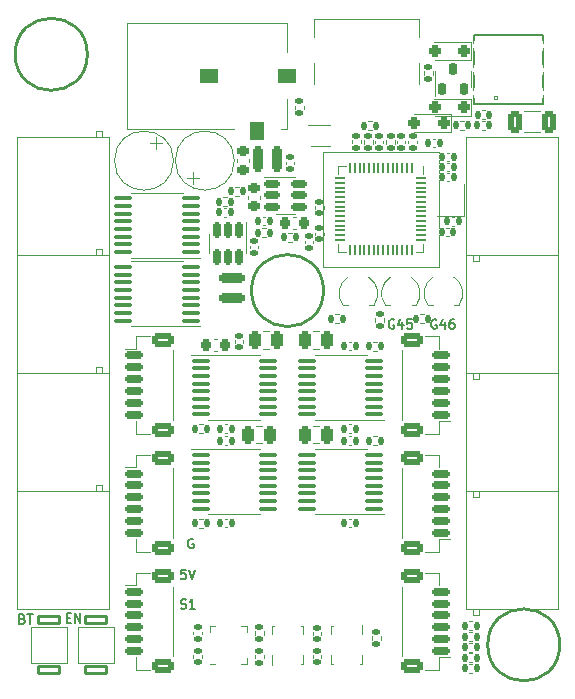
<source format=gbr>
%TF.GenerationSoftware,KiCad,Pcbnew,(7.0.0)*%
%TF.CreationDate,2023-08-07T02:07:42-04:00*%
%TF.ProjectId,NoU3,4e6f5533-2e6b-4696-9361-645f70636258,rev?*%
%TF.SameCoordinates,Original*%
%TF.FileFunction,Legend,Top*%
%TF.FilePolarity,Positive*%
%FSLAX46Y46*%
G04 Gerber Fmt 4.6, Leading zero omitted, Abs format (unit mm)*
G04 Created by KiCad (PCBNEW (7.0.0)) date 2023-08-07 02:07:42*
%MOMM*%
%LPD*%
G01*
G04 APERTURE LIST*
G04 Aperture macros list*
%AMRoundRect*
0 Rectangle with rounded corners*
0 $1 Rounding radius*
0 $2 $3 $4 $5 $6 $7 $8 $9 X,Y pos of 4 corners*
0 Add a 4 corners polygon primitive as box body*
4,1,4,$2,$3,$4,$5,$6,$7,$8,$9,$2,$3,0*
0 Add four circle primitives for the rounded corners*
1,1,$1+$1,$2,$3*
1,1,$1+$1,$4,$5*
1,1,$1+$1,$6,$7*
1,1,$1+$1,$8,$9*
0 Add four rect primitives between the rounded corners*
20,1,$1+$1,$2,$3,$4,$5,0*
20,1,$1+$1,$4,$5,$6,$7,0*
20,1,$1+$1,$6,$7,$8,$9,0*
20,1,$1+$1,$8,$9,$2,$3,0*%
G04 Aperture macros list end*
%ADD10C,0.254000*%
%ADD11C,0.120000*%
%ADD12C,0.200000*%
%ADD13C,0.100000*%
%ADD14RoundRect,0.140000X-0.140000X-0.170000X0.140000X-0.170000X0.140000X0.170000X-0.140000X0.170000X0*%
%ADD15RoundRect,0.140000X0.170000X-0.140000X0.170000X0.140000X-0.170000X0.140000X-0.170000X-0.140000X0*%
%ADD16RoundRect,0.140000X-0.170000X0.140000X-0.170000X-0.140000X0.170000X-0.140000X0.170000X0.140000X0*%
%ADD17R,2.794000X3.810000*%
%ADD18RoundRect,0.100000X0.687500X0.100000X-0.687500X0.100000X-0.687500X-0.100000X0.687500X-0.100000X0*%
%ADD19RoundRect,0.250000X0.250000X0.250000X-0.250000X0.250000X-0.250000X-0.250000X0.250000X-0.250000X0*%
%ADD20RoundRect,0.135000X-0.135000X-0.185000X0.135000X-0.185000X0.135000X0.185000X-0.135000X0.185000X0*%
%ADD21RoundRect,0.135000X-0.185000X0.135000X-0.185000X-0.135000X0.185000X-0.135000X0.185000X0.135000X0*%
%ADD22RoundRect,0.135000X0.135000X0.185000X-0.135000X0.185000X-0.135000X-0.185000X0.135000X-0.185000X0*%
%ADD23RoundRect,0.100000X0.637500X0.100000X-0.637500X0.100000X-0.637500X-0.100000X0.637500X-0.100000X0*%
%ADD24RoundRect,0.225000X-0.250000X0.225000X-0.250000X-0.225000X0.250000X-0.225000X0.250000X0.225000X0*%
%ADD25RoundRect,0.135000X0.185000X-0.135000X0.185000X0.135000X-0.185000X0.135000X-0.185000X-0.135000X0*%
%ADD26RoundRect,0.100000X-0.900000X0.300000X-0.900000X-0.300000X0.900000X-0.300000X0.900000X0.300000X0*%
%ADD27RoundRect,0.100000X-0.687500X-0.100000X0.687500X-0.100000X0.687500X0.100000X-0.687500X0.100000X0*%
%ADD28RoundRect,0.140000X0.140000X0.170000X-0.140000X0.170000X-0.140000X-0.170000X0.140000X-0.170000X0*%
%ADD29C,1.200000*%
%ADD30RoundRect,0.225000X0.225000X0.250000X-0.225000X0.250000X-0.225000X-0.250000X0.225000X-0.250000X0*%
%ADD31RoundRect,0.150000X0.625000X-0.150000X0.625000X0.150000X-0.625000X0.150000X-0.625000X-0.150000X0*%
%ADD32RoundRect,0.250000X0.650000X-0.350000X0.650000X0.350000X-0.650000X0.350000X-0.650000X-0.350000X0*%
%ADD33RoundRect,0.150000X0.150000X-0.400000X0.150000X0.400000X-0.150000X0.400000X-0.150000X-0.400000X0*%
%ADD34RoundRect,0.150000X-0.625000X0.150000X-0.625000X-0.150000X0.625000X-0.150000X0.625000X0.150000X0*%
%ADD35RoundRect,0.250000X-0.650000X0.350000X-0.650000X-0.350000X0.650000X-0.350000X0.650000X0.350000X0*%
%ADD36RoundRect,0.150000X-0.150000X0.512500X-0.150000X-0.512500X0.150000X-0.512500X0.150000X0.512500X0*%
%ADD37C,3.200000*%
%ADD38R,0.800000X0.900000*%
%ADD39C,2.100000*%
%ADD40RoundRect,0.050000X-0.050000X0.387500X-0.050000X-0.387500X0.050000X-0.387500X0.050000X0.387500X0*%
%ADD41RoundRect,0.050000X-0.387500X0.050000X-0.387500X-0.050000X0.387500X-0.050000X0.387500X0.050000X0*%
%ADD42R,3.200000X3.200000*%
%ADD43O,1.700000X1.700000*%
%ADD44RoundRect,0.800000X0.000000X-0.600000X0.000000X-0.600000X0.000000X0.600000X0.000000X0.600000X0*%
%ADD45RoundRect,0.800000X0.600000X0.000000X0.600000X0.000000X-0.600000X0.000000X-0.600000X0.000000X0*%
%ADD46C,1.500000*%
%ADD47R,0.500000X0.375000*%
%ADD48R,0.650000X0.300000*%
%ADD49RoundRect,0.250000X0.250000X0.475000X-0.250000X0.475000X-0.250000X-0.475000X0.250000X-0.475000X0*%
%ADD50C,0.600000*%
%ADD51R,0.600000X1.160000*%
%ADD52R,0.300000X1.160000*%
%ADD53O,0.900000X2.000000*%
%ADD54O,0.900000X1.700000*%
%ADD55RoundRect,0.225000X-0.225000X-0.250000X0.225000X-0.250000X0.225000X0.250000X-0.225000X0.250000X0*%
%ADD56RoundRect,0.250000X-0.250000X-0.475000X0.250000X-0.475000X0.250000X0.475000X-0.250000X0.475000X0*%
%ADD57R,0.250000X0.675000*%
%ADD58R,0.675000X0.250000*%
%ADD59RoundRect,0.212500X-0.887500X0.212500X-0.887500X-0.212500X0.887500X-0.212500X0.887500X0.212500X0*%
%ADD60R,0.300000X0.450000*%
%ADD61R,0.450000X0.300000*%
%ADD62RoundRect,0.150000X-0.512500X-0.150000X0.512500X-0.150000X0.512500X0.150000X-0.512500X0.150000X0*%
%ADD63RoundRect,0.212500X0.212500X0.887500X-0.212500X0.887500X-0.212500X-0.887500X0.212500X-0.887500X0*%
%ADD64RoundRect,0.250000X-0.325000X-0.650000X0.325000X-0.650000X0.325000X0.650000X-0.325000X0.650000X0*%
G04 APERTURE END LIST*
D10*
X-16945445Y23000000D02*
G75*
G03*
X-16945445Y23000000I-3054555J0D01*
G01*
X23048000Y-27000000D02*
G75*
G03*
X23048000Y-27000000I-3048000J0D01*
G01*
D11*
X12800000Y4954783D02*
X3000001Y4954783D01*
X3000000Y14754783D01*
X12800001Y14754783D01*
X12800000Y4954783D01*
D10*
X3048000Y3000000D02*
G75*
G03*
X3048000Y3000000I-3048000J0D01*
G01*
D12*
X-7990476Y-18064000D02*
X-8066666Y-18025904D01*
X-8066666Y-18025904D02*
X-8180952Y-18025904D01*
X-8180952Y-18025904D02*
X-8295238Y-18064000D01*
X-8295238Y-18064000D02*
X-8371428Y-18140190D01*
X-8371428Y-18140190D02*
X-8409523Y-18216380D01*
X-8409523Y-18216380D02*
X-8447619Y-18368761D01*
X-8447619Y-18368761D02*
X-8447619Y-18483047D01*
X-8447619Y-18483047D02*
X-8409523Y-18635428D01*
X-8409523Y-18635428D02*
X-8371428Y-18711619D01*
X-8371428Y-18711619D02*
X-8295238Y-18787809D01*
X-8295238Y-18787809D02*
X-8180952Y-18825904D01*
X-8180952Y-18825904D02*
X-8104761Y-18825904D01*
X-8104761Y-18825904D02*
X-7990476Y-18787809D01*
X-7990476Y-18787809D02*
X-7952380Y-18749714D01*
X-7952380Y-18749714D02*
X-7952380Y-18483047D01*
X-7952380Y-18483047D02*
X-8104761Y-18483047D01*
X-22442857Y-24806857D02*
X-22328571Y-24844952D01*
X-22328571Y-24844952D02*
X-22290476Y-24883047D01*
X-22290476Y-24883047D02*
X-22252380Y-24959238D01*
X-22252380Y-24959238D02*
X-22252380Y-25073523D01*
X-22252380Y-25073523D02*
X-22290476Y-25149714D01*
X-22290476Y-25149714D02*
X-22328571Y-25187809D01*
X-22328571Y-25187809D02*
X-22404761Y-25225904D01*
X-22404761Y-25225904D02*
X-22709523Y-25225904D01*
X-22709523Y-25225904D02*
X-22709523Y-24425904D01*
X-22709523Y-24425904D02*
X-22442857Y-24425904D01*
X-22442857Y-24425904D02*
X-22366666Y-24464000D01*
X-22366666Y-24464000D02*
X-22328571Y-24502095D01*
X-22328571Y-24502095D02*
X-22290476Y-24578285D01*
X-22290476Y-24578285D02*
X-22290476Y-24654476D01*
X-22290476Y-24654476D02*
X-22328571Y-24730666D01*
X-22328571Y-24730666D02*
X-22366666Y-24768761D01*
X-22366666Y-24768761D02*
X-22442857Y-24806857D01*
X-22442857Y-24806857D02*
X-22709523Y-24806857D01*
X-22023809Y-24425904D02*
X-21566666Y-24425904D01*
X-21795238Y-25225904D02*
X-21795238Y-24425904D01*
X-8628571Y-20625904D02*
X-9009523Y-20625904D01*
X-9009523Y-20625904D02*
X-9047619Y-21006857D01*
X-9047619Y-21006857D02*
X-9009523Y-20968761D01*
X-9009523Y-20968761D02*
X-8933333Y-20930666D01*
X-8933333Y-20930666D02*
X-8742857Y-20930666D01*
X-8742857Y-20930666D02*
X-8666666Y-20968761D01*
X-8666666Y-20968761D02*
X-8628571Y-21006857D01*
X-8628571Y-21006857D02*
X-8590476Y-21083047D01*
X-8590476Y-21083047D02*
X-8590476Y-21273523D01*
X-8590476Y-21273523D02*
X-8628571Y-21349714D01*
X-8628571Y-21349714D02*
X-8666666Y-21387809D01*
X-8666666Y-21387809D02*
X-8742857Y-21425904D01*
X-8742857Y-21425904D02*
X-8933333Y-21425904D01*
X-8933333Y-21425904D02*
X-9009523Y-21387809D01*
X-9009523Y-21387809D02*
X-9047619Y-21349714D01*
X-8361904Y-20625904D02*
X-8095237Y-21425904D01*
X-8095237Y-21425904D02*
X-7828571Y-20625904D01*
X-9047619Y-23887809D02*
X-8933333Y-23925904D01*
X-8933333Y-23925904D02*
X-8742857Y-23925904D01*
X-8742857Y-23925904D02*
X-8666666Y-23887809D01*
X-8666666Y-23887809D02*
X-8628571Y-23849714D01*
X-8628571Y-23849714D02*
X-8590476Y-23773523D01*
X-8590476Y-23773523D02*
X-8590476Y-23697333D01*
X-8590476Y-23697333D02*
X-8628571Y-23621142D01*
X-8628571Y-23621142D02*
X-8666666Y-23583047D01*
X-8666666Y-23583047D02*
X-8742857Y-23544952D01*
X-8742857Y-23544952D02*
X-8895238Y-23506857D01*
X-8895238Y-23506857D02*
X-8971428Y-23468761D01*
X-8971428Y-23468761D02*
X-9009523Y-23430666D01*
X-9009523Y-23430666D02*
X-9047619Y-23354476D01*
X-9047619Y-23354476D02*
X-9047619Y-23278285D01*
X-9047619Y-23278285D02*
X-9009523Y-23202095D01*
X-9009523Y-23202095D02*
X-8971428Y-23164000D01*
X-8971428Y-23164000D02*
X-8895238Y-23125904D01*
X-8895238Y-23125904D02*
X-8704761Y-23125904D01*
X-8704761Y-23125904D02*
X-8590476Y-23164000D01*
X-7828571Y-23925904D02*
X-8285714Y-23925904D01*
X-8057142Y-23925904D02*
X-8057142Y-23125904D01*
X-8057142Y-23125904D02*
X-8133333Y-23240190D01*
X-8133333Y-23240190D02*
X-8209523Y-23316380D01*
X-8209523Y-23316380D02*
X-8285714Y-23354476D01*
X-18709523Y-24706857D02*
X-18442857Y-24706857D01*
X-18328571Y-25125904D02*
X-18709523Y-25125904D01*
X-18709523Y-25125904D02*
X-18709523Y-24325904D01*
X-18709523Y-24325904D02*
X-18328571Y-24325904D01*
X-17985713Y-25125904D02*
X-17985713Y-24325904D01*
X-17985713Y-24325904D02*
X-17528570Y-25125904D01*
X-17528570Y-25125904D02*
X-17528570Y-24325904D01*
X12609523Y536000D02*
X12533333Y574095D01*
X12533333Y574095D02*
X12419047Y574095D01*
X12419047Y574095D02*
X12304761Y536000D01*
X12304761Y536000D02*
X12228571Y459809D01*
X12228571Y459809D02*
X12190476Y383619D01*
X12190476Y383619D02*
X12152380Y231238D01*
X12152380Y231238D02*
X12152380Y116952D01*
X12152380Y116952D02*
X12190476Y-35428D01*
X12190476Y-35428D02*
X12228571Y-111619D01*
X12228571Y-111619D02*
X12304761Y-187809D01*
X12304761Y-187809D02*
X12419047Y-225904D01*
X12419047Y-225904D02*
X12495238Y-225904D01*
X12495238Y-225904D02*
X12609523Y-187809D01*
X12609523Y-187809D02*
X12647619Y-149714D01*
X12647619Y-149714D02*
X12647619Y116952D01*
X12647619Y116952D02*
X12495238Y116952D01*
X13333333Y307428D02*
X13333333Y-225904D01*
X13142857Y612190D02*
X12952380Y40761D01*
X12952380Y40761D02*
X13447619Y40761D01*
X14095238Y574095D02*
X13942857Y574095D01*
X13942857Y574095D02*
X13866666Y536000D01*
X13866666Y536000D02*
X13828571Y497904D01*
X13828571Y497904D02*
X13752381Y383619D01*
X13752381Y383619D02*
X13714285Y231238D01*
X13714285Y231238D02*
X13714285Y-73523D01*
X13714285Y-73523D02*
X13752381Y-149714D01*
X13752381Y-149714D02*
X13790476Y-187809D01*
X13790476Y-187809D02*
X13866666Y-225904D01*
X13866666Y-225904D02*
X14019047Y-225904D01*
X14019047Y-225904D02*
X14095238Y-187809D01*
X14095238Y-187809D02*
X14133333Y-149714D01*
X14133333Y-149714D02*
X14171428Y-73523D01*
X14171428Y-73523D02*
X14171428Y116952D01*
X14171428Y116952D02*
X14133333Y193142D01*
X14133333Y193142D02*
X14095238Y231238D01*
X14095238Y231238D02*
X14019047Y269333D01*
X14019047Y269333D02*
X13866666Y269333D01*
X13866666Y269333D02*
X13790476Y231238D01*
X13790476Y231238D02*
X13752381Y193142D01*
X13752381Y193142D02*
X13714285Y116952D01*
X9009523Y536000D02*
X8933333Y574095D01*
X8933333Y574095D02*
X8819047Y574095D01*
X8819047Y574095D02*
X8704761Y536000D01*
X8704761Y536000D02*
X8628571Y459809D01*
X8628571Y459809D02*
X8590476Y383619D01*
X8590476Y383619D02*
X8552380Y231238D01*
X8552380Y231238D02*
X8552380Y116952D01*
X8552380Y116952D02*
X8590476Y-35428D01*
X8590476Y-35428D02*
X8628571Y-111619D01*
X8628571Y-111619D02*
X8704761Y-187809D01*
X8704761Y-187809D02*
X8819047Y-225904D01*
X8819047Y-225904D02*
X8895238Y-225904D01*
X8895238Y-225904D02*
X9009523Y-187809D01*
X9009523Y-187809D02*
X9047619Y-149714D01*
X9047619Y-149714D02*
X9047619Y116952D01*
X9047619Y116952D02*
X8895238Y116952D01*
X9733333Y307428D02*
X9733333Y-225904D01*
X9542857Y612190D02*
X9352380Y40761D01*
X9352380Y40761D02*
X9847619Y40761D01*
X10533333Y574095D02*
X10152381Y574095D01*
X10152381Y574095D02*
X10114285Y193142D01*
X10114285Y193142D02*
X10152381Y231238D01*
X10152381Y231238D02*
X10228571Y269333D01*
X10228571Y269333D02*
X10419047Y269333D01*
X10419047Y269333D02*
X10495238Y231238D01*
X10495238Y231238D02*
X10533333Y193142D01*
X10533333Y193142D02*
X10571428Y116952D01*
X10571428Y116952D02*
X10571428Y-73523D01*
X10571428Y-73523D02*
X10533333Y-149714D01*
X10533333Y-149714D02*
X10495238Y-187809D01*
X10495238Y-187809D02*
X10419047Y-225904D01*
X10419047Y-225904D02*
X10228571Y-225904D01*
X10228571Y-225904D02*
X10152381Y-187809D01*
X10152381Y-187809D02*
X10114285Y-149714D01*
D11*
%TO.C,C38*%
X13901201Y9210000D02*
X14116873Y9210000D01*
X13901201Y8490000D02*
X14116873Y8490000D01*
%TO.C,C7*%
X-4460000Y-1407836D02*
X-4460000Y-1192164D01*
X-3740000Y-1407836D02*
X-3740000Y-1192164D01*
%TO.C,C41*%
X2860000Y-27892164D02*
X2860000Y-28107836D01*
X2140000Y-27892164D02*
X2140000Y-28107836D01*
%TO.C,U1*%
X4500000Y-7960000D02*
X8150000Y-7960000D01*
X4500000Y-7960000D02*
X2300000Y-7960000D01*
X4500000Y-2440000D02*
X6700000Y-2440000D01*
X4500000Y-2440000D02*
X2300000Y-2440000D01*
%TO.C,D2*%
X13850000Y16450000D02*
X13850000Y17950000D01*
X13850000Y16450000D02*
X10750000Y16450000D01*
X13850000Y17950000D02*
X10740000Y17950000D01*
%TO.C,R3*%
X-7453641Y-8320000D02*
X-7146359Y-8320000D01*
X-7453641Y-9080000D02*
X-7146359Y-9080000D01*
%TO.C,C40*%
X2140000Y-26157836D02*
X2140000Y-25942164D01*
X2860000Y-26157836D02*
X2860000Y-25942164D01*
%TO.C,R19*%
X7880000Y-26241359D02*
X7880000Y-26548641D01*
X7120000Y-26241359D02*
X7120000Y-26548641D01*
%TO.C,R26*%
X14953641Y16620000D02*
X14646359Y16620000D01*
X14953641Y17380000D02*
X14646359Y17380000D01*
%TO.C,R23*%
X15653641Y-27580000D02*
X15346359Y-27580000D01*
X15653641Y-26820000D02*
X15346359Y-26820000D01*
%TO.C,C25*%
X2340001Y9942164D02*
X2340001Y10157836D01*
X3060001Y9942164D02*
X3060001Y10157836D01*
%TO.C,U13*%
X-11050000Y-10000D02*
X-7450000Y-10000D01*
X-11050000Y-10000D02*
X-13250000Y-10000D01*
X-11050000Y5460000D02*
X-8850000Y5460000D01*
X-11050000Y5460000D02*
X-13250000Y5460000D01*
%TO.C,C35*%
X-3290000Y14140580D02*
X-3290000Y13859420D01*
X-4310000Y14140580D02*
X-4310000Y13859420D01*
%TO.C,U14*%
X-11050000Y5790000D02*
X-7450000Y5790000D01*
X-11050000Y5790000D02*
X-13250000Y5790000D01*
X-11050000Y11260000D02*
X-8850000Y11260000D01*
X-11050000Y11260000D02*
X-13250000Y11260000D01*
%TO.C,R15*%
X7157349Y16550788D02*
X6850067Y16550788D01*
X7157349Y17310788D02*
X6850067Y17310788D01*
%TO.C,R16*%
X620000Y18346359D02*
X620000Y18653641D01*
X1380000Y18346359D02*
X1380000Y18653641D01*
%TO.C,SW2*%
X-18700000Y-25500000D02*
X-21700000Y-25500000D01*
X-21700000Y-25500000D02*
X-21700000Y-28500000D01*
X-21700000Y-28500000D02*
X-18700000Y-28500000D01*
X-18700000Y-28500000D02*
X-18700000Y-25500000D01*
%TO.C,R18*%
X8180000Y653641D02*
X8180000Y346359D01*
X7420000Y653641D02*
X7420000Y346359D01*
%TO.C,U4*%
X-4500000Y-2440000D02*
X-8150000Y-2440000D01*
X-4500000Y-2440000D02*
X-2300000Y-2440000D01*
X-4500000Y-7960000D02*
X-6700000Y-7960000D01*
X-4500000Y-7960000D02*
X-2300000Y-7960000D01*
%TO.C,C30*%
X13666873Y7590000D02*
X13451201Y7590000D01*
X13666873Y8310000D02*
X13451201Y8310000D01*
%TO.C,C39*%
X-8000000Y13000000D02*
X-8000000Y12000000D01*
X-7500000Y12500000D02*
X-8500000Y12500000D01*
X-4500000Y14000000D02*
G75*
G03*
X-4500000Y14000000I-2500000J0D01*
G01*
%TO.C,C22*%
X740580Y8190000D02*
X459420Y8190000D01*
X740580Y9210000D02*
X459420Y9210000D01*
%TO.C,J17*%
X11660000Y-19110000D02*
X12810000Y-19110000D01*
X12810000Y-19110000D02*
X12810000Y-18060000D01*
X12810000Y-18060000D02*
X13800000Y-18060000D01*
X9690000Y-17940000D02*
X9690000Y-12060000D01*
X11660000Y-10890000D02*
X12810000Y-10890000D01*
X12810000Y-10890000D02*
X12810000Y-11940000D01*
%TO.C,Q1*%
X12500000Y20900000D02*
X12500000Y19500000D01*
X12500000Y20900000D02*
X12500000Y21550000D01*
X15500000Y20900000D02*
X15500000Y20250000D01*
X15500000Y20900000D02*
X15500000Y21550000D01*
%TO.C,C34*%
X13686873Y13090000D02*
X13471201Y13090000D01*
X13686873Y13810000D02*
X13471201Y13810000D01*
%TO.C,J13*%
X-11660000Y-20890000D02*
X-12810000Y-20890000D01*
X-12810000Y-20890000D02*
X-12810000Y-21940000D01*
X-12810000Y-21940000D02*
X-13800000Y-21940000D01*
X-9690000Y-22060000D02*
X-9690000Y-27940000D01*
X-11660000Y-29110000D02*
X-12810000Y-29110000D01*
X-12810000Y-29110000D02*
X-12810000Y-28060000D01*
%TO.C,U16*%
X-3490000Y6962500D02*
X-3490000Y8762500D01*
X-3490000Y6962500D02*
X-3490000Y6162500D01*
X-6610000Y6962500D02*
X-6610000Y7762500D01*
X-6610000Y6962500D02*
X-6610000Y6162500D01*
%TO.C,C10*%
X-5092164Y-10060000D02*
X-5307836Y-10060000D01*
X-5092164Y-9340000D02*
X-5307836Y-9340000D01*
%TO.C,C4*%
X5192164Y-8340000D02*
X5407836Y-8340000D01*
X5192164Y-9060000D02*
X5407836Y-9060000D01*
%TO.C,C15*%
X16492164Y18260000D02*
X16707836Y18260000D01*
X16492164Y17540000D02*
X16707836Y17540000D01*
%TO.C,C27*%
X2160000Y7207836D02*
X2160000Y6992164D01*
X1440000Y7207836D02*
X1440000Y6992164D01*
%TO.C,U6*%
X4500000Y-15960000D02*
X8150000Y-15960000D01*
X4500000Y-15960000D02*
X2300000Y-15960000D01*
X4500000Y-10440000D02*
X6700000Y-10440000D01*
X4500000Y-10440000D02*
X2300000Y-10440000D01*
%TO.C,U3*%
X12641169Y9342283D02*
X14941169Y9342283D01*
X14941169Y9342283D02*
X14941169Y12042283D01*
%TO.C,R17*%
X4046359Y980000D02*
X4353641Y980000D01*
X4046359Y220000D02*
X4353641Y220000D01*
%TO.C,J11*%
X15700000Y-24000000D02*
X15700000Y-24500000D01*
X16200000Y-24500000D02*
X16200000Y-24000000D01*
X15700000Y-24500000D02*
X16200000Y-24500000D01*
X22900000Y-14000000D02*
X15100000Y-14000000D01*
X15100000Y-14000000D02*
X15100000Y-24000000D01*
X15100000Y-24000000D02*
X22900000Y-24000000D01*
X22900000Y-24000000D02*
X22900000Y-14000000D01*
%TO.C,J10*%
X11660000Y-29110000D02*
X12810000Y-29110000D01*
X12810000Y-29110000D02*
X12810000Y-28060000D01*
X12810000Y-28060000D02*
X13800000Y-28060000D01*
X9690000Y-27940000D02*
X9690000Y-22060000D01*
X11660000Y-20890000D02*
X12810000Y-20890000D01*
X12810000Y-20890000D02*
X12810000Y-21940000D01*
%TO.C,J6*%
X-15700000Y6000000D02*
X-15700000Y6500000D01*
X-16200000Y6500000D02*
X-16200000Y6000000D01*
X-15700000Y6500000D02*
X-16200000Y6500000D01*
X-22900000Y-4000000D02*
X-15100000Y-4000000D01*
X-15100000Y-4000000D02*
X-15100000Y6000000D01*
X-15100000Y6000000D02*
X-22900000Y6000000D01*
X-22900000Y6000000D02*
X-22900000Y-4000000D01*
%TO.C,R6*%
X-7453641Y-16320000D02*
X-7146359Y-16320000D01*
X-7453641Y-17080000D02*
X-7146359Y-17080000D01*
%TO.C,U2*%
X4290000Y13510000D02*
X4940000Y13510000D01*
X11510000Y12860000D02*
X11510000Y13510000D01*
X4290000Y12860000D02*
X4290000Y13510000D01*
X11510000Y6940000D02*
X11510000Y6290000D01*
X4290000Y6940000D02*
X4290000Y6290000D01*
X11510000Y6290000D02*
X10860000Y6290000D01*
X4290000Y6290000D02*
X4940000Y6290000D01*
%TO.C,C33*%
X-5196164Y9252500D02*
X-5411836Y9252500D01*
X-5196164Y9972500D02*
X-5411836Y9972500D01*
%TO.C,R30*%
X7201025Y15752283D02*
X7201025Y15445001D01*
X6441025Y15752283D02*
X6441025Y15445001D01*
%TO.C,J15*%
X-13550000Y25682500D02*
X-13550000Y16682500D01*
X-13550000Y16682500D02*
X-4550000Y16682500D01*
X0Y25682500D02*
X-13550000Y25682500D01*
X0Y25682500D02*
X0Y23182500D01*
X0Y16682500D02*
X-550000Y16682500D01*
X0Y16682500D02*
X0Y19182500D01*
%TO.C,C32*%
X-2083059Y9258251D02*
X-1867387Y9258251D01*
X-2083059Y8538251D02*
X-1867387Y8538251D01*
%TO.C,D4*%
X11900000Y1750000D02*
X12300000Y1750000D01*
X14100000Y1750000D02*
X14500000Y1750000D01*
X12313092Y4129633D02*
G75*
G03*
X11900001Y1750001I886908J-1379633D01*
G01*
X14499999Y1750001D02*
G75*
G03*
X14086908Y4129633I-1299999J999999D01*
G01*
%TO.C,R24*%
X15653641Y-28480000D02*
X15346359Y-28480000D01*
X15653641Y-27720000D02*
X15346359Y-27720000D01*
%TO.C,C43*%
X-7240000Y-25892164D02*
X-7240000Y-26107836D01*
X-7960000Y-25892164D02*
X-7960000Y-26107836D01*
%TO.C,U5*%
X-4500000Y-10440000D02*
X-8150000Y-10440000D01*
X-4500000Y-10440000D02*
X-2300000Y-10440000D01*
X-4500000Y-15960000D02*
X-6700000Y-15960000D01*
X-4500000Y-15960000D02*
X-2300000Y-15960000D01*
%TO.C,C37*%
X13471201Y12961471D02*
X13686873Y12961471D01*
X13471201Y12241471D02*
X13686873Y12241471D01*
%TO.C,J5*%
X-15700000Y16000000D02*
X-15700000Y16500000D01*
X-16200000Y16500000D02*
X-16200000Y16000000D01*
X-15700000Y16500000D02*
X-16200000Y16500000D01*
X-22900000Y6000000D02*
X-15100000Y6000000D01*
X-15100000Y6000000D02*
X-15100000Y16000000D01*
X-15100000Y16000000D02*
X-22900000Y16000000D01*
X-22900000Y16000000D02*
X-22900000Y6000000D01*
%TO.C,U9*%
X2000000Y15200000D02*
X3600000Y15200000D01*
X3600000Y17000000D02*
X1700000Y17000000D01*
%TO.C,C11*%
X-1538748Y-1935000D02*
X-2061252Y-1935000D01*
X-1538748Y-465000D02*
X-2061252Y-465000D01*
%TO.C,R12*%
X46359Y7880000D02*
X353641Y7880000D01*
X46359Y7120000D02*
X353641Y7120000D01*
%TO.C,C13*%
X5192164Y-16340000D02*
X5407836Y-16340000D01*
X5192164Y-17060000D02*
X5407836Y-17060000D01*
%TO.C,J1*%
X11660000Y-9110000D02*
X12810000Y-9110000D01*
X12810000Y-9110000D02*
X12810000Y-8060000D01*
X12810000Y-8060000D02*
X13800000Y-8060000D01*
X9690000Y-7940000D02*
X9690000Y-2060000D01*
X11660000Y-890000D02*
X12810000Y-890000D01*
X12810000Y-890000D02*
X12810000Y-1940000D01*
%TO.C,U17*%
X11170000Y20455000D02*
X11170000Y22255000D01*
X11170000Y25965000D02*
X11170000Y24505000D01*
X2230000Y20455000D02*
X2230000Y22255000D01*
X2230000Y25965000D02*
X11170000Y25965000D01*
X2230000Y25965000D02*
X2230000Y24505000D01*
%TO.C,R5*%
X8341537Y15416358D02*
X8341537Y15723640D01*
X9101537Y15416358D02*
X9101537Y15723640D01*
%TO.C,C36*%
X-6240580Y-1090000D02*
X-5959420Y-1090000D01*
X-6240580Y-2110000D02*
X-5959420Y-2110000D01*
%TO.C,C2*%
X2138748Y-465000D02*
X2661252Y-465000D01*
X2138748Y-1935000D02*
X2661252Y-1935000D01*
D13*
%TO.C,U26*%
X-1350000Y-28700000D02*
X-1350000Y-27880000D01*
X1350000Y-28600000D02*
X1130000Y-28600000D01*
X1350000Y-28600000D02*
X1350000Y-27880000D01*
X-1350000Y-26120000D02*
X-1350000Y-25400000D01*
X-1350000Y-25400000D02*
X-1130000Y-25400000D01*
X1130000Y-25400000D02*
X1350000Y-25400000D01*
X1350000Y-25400000D02*
X1350000Y-26120000D01*
D11*
%TO.C,J2*%
X15700000Y-4000000D02*
X15700000Y-4500000D01*
X16200000Y-4500000D02*
X16200000Y-4000000D01*
X15700000Y-4500000D02*
X16200000Y-4500000D01*
X22900000Y6000000D02*
X15100000Y6000000D01*
X15100000Y6000000D02*
X15100000Y-4000000D01*
X15100000Y-4000000D02*
X22900000Y-4000000D01*
X22900000Y-4000000D02*
X22900000Y6000000D01*
%TO.C,C3*%
X5407836Y-2060000D02*
X5192164Y-2060000D01*
X5407836Y-1340000D02*
X5192164Y-1340000D01*
%TO.C,R20*%
X15346359Y-25020000D02*
X15653641Y-25020000D01*
X15346359Y-25780000D02*
X15653641Y-25780000D01*
%TO.C,J12*%
X15700000Y-14000000D02*
X15700000Y-14500000D01*
X16200000Y-14500000D02*
X16200000Y-14000000D01*
X15700000Y-14500000D02*
X16200000Y-14500000D01*
X22900000Y-4000000D02*
X15100000Y-4000000D01*
X15100000Y-4000000D02*
X15100000Y-14000000D01*
X15100000Y-14000000D02*
X22900000Y-14000000D01*
X22900000Y-14000000D02*
X22900000Y-4000000D01*
%TO.C,R10*%
X12280000Y21553641D02*
X12280000Y21246359D01*
X11520000Y21553641D02*
X11520000Y21246359D01*
%TO.C,J4*%
X-11660000Y-890000D02*
X-12810000Y-890000D01*
X-12810000Y-890000D02*
X-12810000Y-1940000D01*
X-12810000Y-1940000D02*
X-13800000Y-1940000D01*
X-9690000Y-2060000D02*
X-9690000Y-7940000D01*
X-11660000Y-9110000D02*
X-12810000Y-9110000D01*
X-12810000Y-9110000D02*
X-12810000Y-8060000D01*
%TO.C,C8*%
X2138748Y-8465000D02*
X2661252Y-8465000D01*
X2138748Y-9935000D02*
X2661252Y-9935000D01*
%TO.C,J3*%
X15700000Y6000000D02*
X15700000Y5500000D01*
X16200000Y5500000D02*
X16200000Y6000000D01*
X15700000Y5500000D02*
X16200000Y5500000D01*
X22900000Y16000000D02*
X15100000Y16000000D01*
X15100000Y16000000D02*
X15100000Y6000000D01*
X15100000Y6000000D02*
X22900000Y6000000D01*
X22900000Y6000000D02*
X22900000Y16000000D01*
%TO.C,R8*%
X7553641Y-10080000D02*
X7246359Y-10080000D01*
X7553641Y-9320000D02*
X7246359Y-9320000D01*
%TO.C,R13*%
X-5150359Y10138500D02*
X-5457641Y10138500D01*
X-5150359Y10898500D02*
X-5457641Y10898500D01*
%TO.C,C31*%
X13686873Y13938528D02*
X13471201Y13938528D01*
X13686873Y14658528D02*
X13471201Y14658528D01*
%TO.C,R1*%
X7553641Y-2080000D02*
X7246359Y-2080000D01*
X7553641Y-1320000D02*
X7246359Y-1320000D01*
%TO.C,C9*%
X-5307836Y-16340000D02*
X-5092164Y-16340000D01*
X-5307836Y-17060000D02*
X-5092164Y-17060000D01*
D13*
%TO.C,U25*%
X-6600000Y-28600000D02*
X-6100000Y-28600000D01*
X-3400000Y-28600000D02*
X-3900000Y-28600000D01*
X-3400000Y-28600000D02*
X-3400000Y-28100000D01*
X-6600000Y-25900000D02*
X-6600000Y-25400000D01*
X-6600000Y-25400000D02*
X-6100000Y-25400000D01*
X-3900000Y-25400000D02*
X-3400000Y-25400000D01*
X-3400000Y-25400000D02*
X-3400000Y-25900000D01*
X-3400000Y-25400000D02*
X-3900000Y-25400000D01*
%TO.C,U23*%
X6350000Y-25300000D02*
X6350000Y-26120000D01*
X3650000Y-25400000D02*
X3870000Y-25400000D01*
X3650000Y-25400000D02*
X3650000Y-26120000D01*
X6350000Y-27880000D02*
X6350000Y-28600000D01*
X6350000Y-28600000D02*
X6130000Y-28600000D01*
X3870000Y-28600000D02*
X3650000Y-28600000D01*
X3650000Y-28600000D02*
X3650000Y-27880000D01*
D11*
%TO.C,C21*%
X10951537Y15677836D02*
X10951537Y15462164D01*
X10231537Y15677836D02*
X10231537Y15462164D01*
%TO.C,R31*%
X11246359Y980000D02*
X11553641Y980000D01*
X11246359Y220000D02*
X11553641Y220000D01*
%TO.C,C6*%
X-5307836Y-8340000D02*
X-5092164Y-8340000D01*
X-5307836Y-9060000D02*
X-5092164Y-9060000D01*
%TO.C,U15*%
X-176894Y12609495D02*
X-1976894Y12609495D01*
X-176894Y12609495D02*
X623106Y12609495D01*
X-176894Y9489495D02*
X-976894Y9489495D01*
X-176894Y9489495D02*
X623106Y9489495D01*
%TO.C,R14*%
X-4453641Y11780000D02*
X-4146359Y11780000D01*
X-4453641Y11020000D02*
X-4146359Y11020000D01*
%TO.C,J9*%
X-15700000Y-14000000D02*
X-15700000Y-13500000D01*
X-16200000Y-13500000D02*
X-16200000Y-14000000D01*
X-15700000Y-13500000D02*
X-16200000Y-13500000D01*
X-22900000Y-24000000D02*
X-15100000Y-24000000D01*
X-15100000Y-24000000D02*
X-15100000Y-14000000D01*
X-15100000Y-14000000D02*
X-22900000Y-14000000D01*
X-22900000Y-14000000D02*
X-22900000Y-24000000D01*
%TO.C,C5*%
X-2138748Y-9935000D02*
X-2661252Y-9935000D01*
X-2138748Y-8465000D02*
X-2661252Y-8465000D01*
%TO.C,C24*%
X9981538Y15677836D02*
X9981538Y15462164D01*
X9261538Y15677836D02*
X9261538Y15462164D01*
%TO.C,D5*%
X4700000Y1750000D02*
X5100000Y1750000D01*
X6900000Y1750000D02*
X7300000Y1750000D01*
X5113092Y4129633D02*
G75*
G03*
X4700001Y1750001I886908J-1379633D01*
G01*
X7299999Y1750001D02*
G75*
G03*
X6886908Y4129633I-1299999J999999D01*
G01*
%TO.C,R25*%
X15653641Y-29380000D02*
X15346359Y-29380000D01*
X15653641Y-28620000D02*
X15346359Y-28620000D01*
D12*
%TO.C,U8*%
X15800000Y18800000D02*
X21600000Y18800000D01*
X21600000Y18800000D02*
X21600000Y24600000D01*
X21600000Y24600000D02*
X15800000Y24600000D01*
X15800000Y24600000D02*
X15800000Y18800000D01*
D11*
X17450000Y19200000D02*
X17700000Y19200000D01*
X17700000Y19200000D02*
X17700000Y19450000D01*
X17700000Y19450000D02*
X17450000Y19450000D01*
X17450000Y19450000D02*
X17450000Y19200000D01*
%TO.C,C20*%
X-11150000Y15000000D02*
X-11150000Y16000000D01*
X-11650000Y15500000D02*
X-10650000Y15500000D01*
X-9650000Y14000000D02*
G75*
G03*
X-9650000Y14000000I-2500000J0D01*
G01*
%TO.C,C1*%
X7399037Y15462164D02*
X7399037Y15677836D01*
X8119037Y15462164D02*
X8119037Y15677836D01*
%TO.C,R11*%
X-2153641Y8280000D02*
X-1846359Y8280000D01*
X-2153641Y7520000D02*
X-1846359Y7520000D01*
%TO.C,C12*%
X5407836Y-10060000D02*
X5192164Y-10060000D01*
X5407836Y-9340000D02*
X5192164Y-9340000D01*
%TO.C,C28*%
X-160000Y13692164D02*
X-160000Y13907836D01*
X560000Y13692164D02*
X560000Y13907836D01*
%TO.C,C23*%
X-2290000Y11040580D02*
X-2290000Y10759420D01*
X-3310000Y11040580D02*
X-3310000Y10759420D01*
%TO.C,J8*%
X-15700000Y-4000000D02*
X-15700000Y-3500000D01*
X-16200000Y-3500000D02*
X-16200000Y-4000000D01*
X-15700000Y-3500000D02*
X-16200000Y-3500000D01*
X-22900000Y-14000000D02*
X-15100000Y-14000000D01*
X-15100000Y-14000000D02*
X-15100000Y-4000000D01*
X-15100000Y-4000000D02*
X-22900000Y-4000000D01*
X-22900000Y-4000000D02*
X-22900000Y-14000000D01*
%TO.C,C26*%
X3060000Y7907836D02*
X3060000Y7692164D01*
X2340000Y7907836D02*
X2340000Y7692164D01*
%TO.C,D6*%
X8300000Y1750000D02*
X8700000Y1750000D01*
X10500000Y1750000D02*
X10900000Y1750000D01*
X8713092Y4129633D02*
G75*
G03*
X8300001Y1750001I886908J-1379633D01*
G01*
X10899999Y1750001D02*
G75*
G03*
X10486908Y4129633I-1299999J999999D01*
G01*
%TO.C,R21*%
X15346359Y-25920000D02*
X15653641Y-25920000D01*
X15346359Y-26680000D02*
X15653641Y-26680000D01*
%TO.C,C14*%
X12507836Y15140000D02*
X12292164Y15140000D01*
X12507836Y15860000D02*
X12292164Y15860000D01*
%TO.C,D1*%
X15550000Y22550000D02*
X15550000Y24050000D01*
X15550000Y22550000D02*
X12450000Y22550000D01*
X15550000Y24050000D02*
X12440000Y24050000D01*
%TO.C,R28*%
X-2780000Y-26153641D02*
X-2780000Y-25846359D01*
X-2020000Y-26153641D02*
X-2020000Y-25846359D01*
%TO.C,D3*%
X15550000Y17750000D02*
X15550000Y19250000D01*
X15550000Y17750000D02*
X12450000Y17750000D01*
X15550000Y19250000D02*
X12440000Y19250000D01*
%TO.C,C42*%
X-7960000Y-28107836D02*
X-7960000Y-27892164D01*
X-7240000Y-28107836D02*
X-7240000Y-27892164D01*
%TO.C,R29*%
X5441025Y15455001D02*
X5441025Y15762283D01*
X6201025Y15455001D02*
X6201025Y15762283D01*
%TO.C,R22*%
X-2780000Y-28153641D02*
X-2780000Y-27846359D01*
X-2020000Y-28153641D02*
X-2020000Y-27846359D01*
%TO.C,R27*%
X16743641Y16620000D02*
X16436359Y16620000D01*
X16743641Y17380000D02*
X16436359Y17380000D01*
%TO.C,SW1*%
X-14700000Y-25500000D02*
X-17700000Y-25500000D01*
X-17700000Y-25500000D02*
X-17700000Y-28500000D01*
X-17700000Y-28500000D02*
X-14700000Y-28500000D01*
X-14700000Y-28500000D02*
X-14700000Y-25500000D01*
%TO.C,C29*%
X-2493646Y6801737D02*
X-2493646Y6586065D01*
X-3213646Y6801737D02*
X-3213646Y6586065D01*
%TO.C,J14*%
X19988748Y18210000D02*
X21411252Y18210000D01*
X19988748Y16390000D02*
X21411252Y16390000D01*
%TO.C,J7*%
X-11660000Y-10890000D02*
X-12810000Y-10890000D01*
X-12810000Y-10890000D02*
X-12810000Y-11940000D01*
X-12810000Y-11940000D02*
X-13800000Y-11940000D01*
X-9690000Y-12060000D02*
X-9690000Y-17940000D01*
X-11660000Y-19110000D02*
X-12810000Y-19110000D01*
X-12810000Y-19110000D02*
X-12810000Y-18060000D01*
%TD*%
%LPC*%
D14*
%TO.C,C38*%
X13529037Y8850000D03*
X14489037Y8850000D03*
%TD*%
D15*
%TO.C,C7*%
X-4100000Y-1780000D03*
X-4100000Y-820000D03*
%TD*%
D16*
%TO.C,C41*%
X2500000Y-27520000D03*
X2500000Y-28480000D03*
%TD*%
D17*
%TO.C,U1*%
X4499999Y-5199999D03*
D18*
X7362500Y-7475000D03*
X7362500Y-6825000D03*
X7362500Y-6175000D03*
X7362500Y-5525000D03*
X7362500Y-4875000D03*
X7362500Y-4225000D03*
X7362500Y-3575000D03*
X7362500Y-2925000D03*
X1637500Y-2925000D03*
X1637500Y-3575000D03*
X1637500Y-4225000D03*
X1637500Y-4875000D03*
X1637500Y-5525000D03*
X1637500Y-6175000D03*
X1637500Y-6825000D03*
X1637500Y-7475000D03*
%TD*%
D19*
%TO.C,D2*%
X13250000Y17200000D03*
X10750000Y17200000D03*
%TD*%
D20*
%TO.C,R3*%
X-7810000Y-8700000D03*
X-6790000Y-8700000D03*
%TD*%
D15*
%TO.C,C40*%
X2500000Y-26530000D03*
X2500000Y-25570000D03*
%TD*%
D21*
%TO.C,R19*%
X7500000Y-25885000D03*
X7500000Y-26905000D03*
%TD*%
D22*
%TO.C,R26*%
X15310000Y17000000D03*
X14290000Y17000000D03*
%TD*%
%TO.C,R23*%
X16010000Y-27200000D03*
X14990000Y-27200000D03*
%TD*%
D15*
%TO.C,C25*%
X2700001Y9570000D03*
X2700001Y10530000D03*
%TD*%
D23*
%TO.C,U13*%
X-8187500Y450000D03*
X-8187500Y1100000D03*
X-8187500Y1750000D03*
X-8187500Y2400000D03*
X-8187500Y3050000D03*
X-8187500Y3700000D03*
X-8187500Y4350000D03*
X-8187500Y5000000D03*
X-13912500Y5000000D03*
X-13912500Y4350000D03*
X-13912500Y3700000D03*
X-13912500Y3050000D03*
X-13912500Y2400000D03*
X-13912500Y1750000D03*
X-13912500Y1100000D03*
X-13912500Y450000D03*
%TD*%
D24*
%TO.C,C35*%
X-3800000Y14775000D03*
X-3800000Y13225000D03*
%TD*%
D23*
%TO.C,U14*%
X-8187500Y6250000D03*
X-8187500Y6900000D03*
X-8187500Y7550000D03*
X-8187500Y8200000D03*
X-8187500Y8850000D03*
X-8187500Y9500000D03*
X-8187500Y10150000D03*
X-8187500Y10800000D03*
X-13912500Y10800000D03*
X-13912500Y10150000D03*
X-13912500Y9500000D03*
X-13912500Y8850000D03*
X-13912500Y8200000D03*
X-13912500Y7550000D03*
X-13912500Y6900000D03*
X-13912500Y6250000D03*
%TD*%
D22*
%TO.C,R15*%
X7513708Y16930788D03*
X6493708Y16930788D03*
%TD*%
D25*
%TO.C,R16*%
X1000000Y17990000D03*
X1000000Y19010000D03*
%TD*%
D26*
%TO.C,SW2*%
X-20200000Y-24900000D03*
X-20200000Y-29100000D03*
%TD*%
D21*
%TO.C,R18*%
X7800000Y1010000D03*
X7800000Y-10000D03*
%TD*%
D17*
%TO.C,U4*%
X-4499999Y-5199999D03*
D27*
X-7362500Y-2925000D03*
X-7362500Y-3575000D03*
X-7362500Y-4225000D03*
X-7362500Y-4875000D03*
X-7362500Y-5525000D03*
X-7362500Y-6175000D03*
X-7362500Y-6825000D03*
X-7362500Y-7475000D03*
X-1637500Y-7475000D03*
X-1637500Y-6825000D03*
X-1637500Y-6175000D03*
X-1637500Y-5525000D03*
X-1637500Y-4875000D03*
X-1637500Y-4225000D03*
X-1637500Y-3575000D03*
X-1637500Y-2925000D03*
%TD*%
D28*
%TO.C,C30*%
X14039037Y7950000D03*
X13079037Y7950000D03*
%TD*%
D29*
%TO.C,C39*%
X-8000000Y14000000D03*
X-6000000Y14000000D03*
%TD*%
D30*
%TO.C,C22*%
X1375000Y8700000D03*
X-175000Y8700000D03*
%TD*%
D31*
%TO.C,J17*%
X13025000Y-17500000D03*
X13025000Y-16500000D03*
X13025000Y-15500000D03*
X13025000Y-14500000D03*
X13025000Y-13500000D03*
X13025000Y-12500000D03*
D32*
X10500000Y-18800000D03*
X10500000Y-11200000D03*
%TD*%
D33*
%TO.C,Q1*%
X13050000Y20050000D03*
X14950000Y20050000D03*
X14000000Y21750000D03*
%TD*%
D28*
%TO.C,C34*%
X14059037Y13450000D03*
X13099037Y13450000D03*
%TD*%
D34*
%TO.C,J13*%
X-13025000Y-22500000D03*
X-13025000Y-23500000D03*
X-13025000Y-24500000D03*
X-13025000Y-25500000D03*
X-13025000Y-26500000D03*
X-13025000Y-27500000D03*
D35*
X-10500000Y-21200000D03*
X-10500000Y-28800000D03*
%TD*%
D36*
%TO.C,U16*%
X-4100000Y8100000D03*
X-5050000Y8100000D03*
X-6000000Y8100000D03*
X-6000000Y5825000D03*
X-5050000Y5825000D03*
X-4100000Y5825000D03*
%TD*%
D28*
%TO.C,C10*%
X-4720000Y-9700000D03*
X-5680000Y-9700000D03*
%TD*%
D14*
%TO.C,C4*%
X4820000Y-8700000D03*
X5780000Y-8700000D03*
%TD*%
%TO.C,C15*%
X16120000Y17900000D03*
X17080000Y17900000D03*
%TD*%
D16*
%TO.C,C27*%
X1800000Y7580000D03*
X1800000Y6620000D03*
%TD*%
D17*
%TO.C,U6*%
X4499999Y-13199999D03*
D18*
X7362500Y-15475000D03*
X7362500Y-14825000D03*
X7362500Y-14175000D03*
X7362500Y-13525000D03*
X7362500Y-12875000D03*
X7362500Y-12225000D03*
X7362500Y-11575000D03*
X7362500Y-10925000D03*
X1637500Y-10925000D03*
X1637500Y-11575000D03*
X1637500Y-12225000D03*
X1637500Y-12875000D03*
X1637500Y-13525000D03*
X1637500Y-14175000D03*
X1637500Y-14825000D03*
X1637500Y-15475000D03*
%TD*%
D37*
%TO.C,*%
X-20000000Y23000000D03*
%TD*%
D38*
%TO.C,U3*%
X14341168Y9992282D03*
X14341168Y11392282D03*
X13241168Y11392282D03*
X13241168Y9992282D03*
%TD*%
D20*
%TO.C,R17*%
X3690000Y600000D03*
X4710000Y600000D03*
%TD*%
D39*
%TO.C,J11*%
X19000000Y-16500000D03*
X19000000Y-21500000D03*
%TD*%
D37*
%TO.C,*%
X20000000Y-27000000D03*
%TD*%
D31*
%TO.C,J10*%
X13025000Y-27500000D03*
X13025000Y-26500000D03*
X13025000Y-25500000D03*
X13025000Y-24500000D03*
X13025000Y-23500000D03*
X13025000Y-22500000D03*
D32*
X10500000Y-28800000D03*
X10500000Y-21200000D03*
%TD*%
D39*
%TO.C,J6*%
X-19000000Y-1500000D03*
X-19000000Y3500000D03*
%TD*%
D20*
%TO.C,R6*%
X-7810000Y-16700000D03*
X-6790000Y-16700000D03*
%TD*%
D40*
%TO.C,U2*%
X10500000Y13337500D03*
X10100000Y13337500D03*
X9700000Y13337500D03*
X9300000Y13337500D03*
X8900000Y13337500D03*
X8500000Y13337500D03*
X8100000Y13337500D03*
X7700000Y13337500D03*
X7300000Y13337500D03*
X6900000Y13337500D03*
X6500000Y13337500D03*
X6100000Y13337500D03*
X5700000Y13337500D03*
X5300000Y13337500D03*
D41*
X4462500Y12500000D03*
X4462500Y12100000D03*
X4462500Y11700000D03*
X4462500Y11300000D03*
X4462500Y10900000D03*
X4462500Y10500000D03*
X4462500Y10100000D03*
X4462500Y9700000D03*
X4462500Y9300000D03*
X4462500Y8900000D03*
X4462500Y8500000D03*
X4462500Y8100000D03*
X4462500Y7700000D03*
X4462500Y7300000D03*
D40*
X5300000Y6462500D03*
X5700000Y6462500D03*
X6100000Y6462500D03*
X6500000Y6462500D03*
X6900000Y6462500D03*
X7300000Y6462500D03*
X7700000Y6462500D03*
X8100000Y6462500D03*
X8500000Y6462500D03*
X8900000Y6462500D03*
X9300000Y6462500D03*
X9700000Y6462500D03*
X10100000Y6462500D03*
X10500000Y6462500D03*
D41*
X11337500Y7300000D03*
X11337500Y7700000D03*
X11337500Y8100000D03*
X11337500Y8500000D03*
X11337500Y8900000D03*
X11337500Y9300000D03*
X11337500Y9700000D03*
X11337500Y10100000D03*
X11337500Y10500000D03*
X11337500Y10900000D03*
X11337500Y11300000D03*
X11337500Y11700000D03*
X11337500Y12100000D03*
X11337500Y12500000D03*
D42*
X7899999Y9899999D03*
%TD*%
D43*
%TO.C,U19*%
X-1269999Y-20999999D03*
X1269999Y-20999999D03*
X-1269999Y-18459999D03*
X1269999Y-18459999D03*
X-1269999Y-23539999D03*
X1269999Y-23539999D03*
%TD*%
D28*
%TO.C,C33*%
X-4824000Y9612500D03*
X-5784000Y9612500D03*
%TD*%
D21*
%TO.C,R30*%
X6821025Y16108642D03*
X6821025Y15088642D03*
%TD*%
D44*
%TO.C,J15*%
X0Y21182500D03*
X-6650000Y21182500D03*
D45*
X-2550000Y16482500D03*
%TD*%
D14*
%TO.C,C32*%
X-2455223Y8898251D03*
X-1495223Y8898251D03*
%TD*%
D46*
%TO.C,D4*%
X13200000Y1450000D03*
X13200000Y3950000D03*
%TD*%
D22*
%TO.C,R24*%
X16010000Y-28100000D03*
X14990000Y-28100000D03*
%TD*%
D16*
%TO.C,C43*%
X-7600000Y-25520000D03*
X-7600000Y-26480000D03*
%TD*%
D17*
%TO.C,U5*%
X-4499999Y-13199999D03*
D27*
X-7362500Y-10925000D03*
X-7362500Y-11575000D03*
X-7362500Y-12225000D03*
X-7362500Y-12875000D03*
X-7362500Y-13525000D03*
X-7362500Y-14175000D03*
X-7362500Y-14825000D03*
X-7362500Y-15475000D03*
X-1637500Y-15475000D03*
X-1637500Y-14825000D03*
X-1637500Y-14175000D03*
X-1637500Y-13525000D03*
X-1637500Y-12875000D03*
X-1637500Y-12225000D03*
X-1637500Y-11575000D03*
X-1637500Y-10925000D03*
%TD*%
D14*
%TO.C,C37*%
X13099037Y12601471D03*
X14059037Y12601471D03*
%TD*%
D39*
%TO.C,J5*%
X-19000000Y8500000D03*
X-19000000Y13500000D03*
%TD*%
D47*
%TO.C,U9*%
X1949999Y16637499D03*
D48*
X1874999Y16099999D03*
D47*
X1949999Y15562499D03*
X3649999Y15562499D03*
D48*
X3724999Y16099999D03*
D47*
X3649999Y16637499D03*
%TD*%
D49*
%TO.C,C11*%
X-850000Y-1200000D03*
X-2750000Y-1200000D03*
%TD*%
D20*
%TO.C,R12*%
X-310000Y7500000D03*
X710000Y7500000D03*
%TD*%
D14*
%TO.C,C13*%
X4820000Y-16700000D03*
X5780000Y-16700000D03*
%TD*%
D31*
%TO.C,J1*%
X13025000Y-7500000D03*
X13025000Y-6500000D03*
X13025000Y-5500000D03*
X13025000Y-4500000D03*
X13025000Y-3500000D03*
X13025000Y-2500000D03*
D32*
X10500000Y-8800000D03*
X10500000Y-1200000D03*
%TD*%
D50*
%TO.C,U17*%
X9590000Y19675000D03*
X3810000Y19675000D03*
D51*
X9899999Y18614999D03*
X9099999Y18614999D03*
D52*
X7949999Y18614999D03*
X6949999Y18614999D03*
X6449999Y18614999D03*
X5449999Y18614999D03*
D51*
X4299999Y18614999D03*
X3499999Y18614999D03*
X3499999Y18614999D03*
X4299999Y18614999D03*
D52*
X4949999Y18614999D03*
X5949999Y18614999D03*
X7449999Y18614999D03*
X8449999Y18614999D03*
D51*
X9099999Y18614999D03*
X9899999Y18614999D03*
D53*
X11019999Y19194999D03*
D54*
X11019999Y23364999D03*
D53*
X2379999Y19194999D03*
D54*
X2379999Y23364999D03*
%TD*%
D25*
%TO.C,R5*%
X8721537Y15059999D03*
X8721537Y16079999D03*
%TD*%
D55*
%TO.C,C36*%
X-6875000Y-1600000D03*
X-5325000Y-1600000D03*
%TD*%
D56*
%TO.C,C2*%
X1450000Y-1200000D03*
X3350000Y-1200000D03*
%TD*%
D57*
%TO.C,U26*%
X-749999Y-28262499D03*
X-249999Y-28262499D03*
X249999Y-28262499D03*
X749999Y-28262499D03*
D58*
X1012499Y-27499999D03*
X1012499Y-26999999D03*
X1012499Y-26499999D03*
D57*
X749999Y-25737499D03*
X249999Y-25737499D03*
X-249999Y-25737499D03*
X-749999Y-25737499D03*
D58*
X-1012499Y-26499999D03*
X-1012499Y-26999999D03*
X-1012499Y-27499999D03*
%TD*%
D39*
%TO.C,J2*%
X19000000Y3500000D03*
X19000000Y-1500000D03*
%TD*%
D28*
%TO.C,C3*%
X5780000Y-1700000D03*
X4820000Y-1700000D03*
%TD*%
D20*
%TO.C,R20*%
X14990000Y-25400000D03*
X16010000Y-25400000D03*
%TD*%
D39*
%TO.C,J12*%
X19000000Y-6500000D03*
X19000000Y-11500000D03*
%TD*%
D21*
%TO.C,R10*%
X11900000Y21910000D03*
X11900000Y20890000D03*
%TD*%
D34*
%TO.C,J4*%
X-13025000Y-2500000D03*
X-13025000Y-3500000D03*
X-13025000Y-4500000D03*
X-13025000Y-5500000D03*
X-13025000Y-6500000D03*
X-13025000Y-7500000D03*
D35*
X-10500000Y-1200000D03*
X-10500000Y-8800000D03*
%TD*%
D56*
%TO.C,C8*%
X1450000Y-9200000D03*
X3350000Y-9200000D03*
%TD*%
D39*
%TO.C,J3*%
X19000000Y13500000D03*
X19000000Y8500000D03*
%TD*%
D22*
%TO.C,R8*%
X7910000Y-9700000D03*
X6890000Y-9700000D03*
%TD*%
%TO.C,R13*%
X-4794000Y10518500D03*
X-5814000Y10518500D03*
%TD*%
D28*
%TO.C,C31*%
X14059037Y14298528D03*
X13099037Y14298528D03*
%TD*%
D59*
%TO.C,L2*%
X-4700000Y4025000D03*
X-4700000Y2375000D03*
%TD*%
D22*
%TO.C,R1*%
X7910000Y-1700000D03*
X6890000Y-1700000D03*
%TD*%
D14*
%TO.C,C9*%
X-5680000Y-16700000D03*
X-4720000Y-16700000D03*
%TD*%
D60*
%TO.C,U25*%
X-5749999Y-28274999D03*
X-5249999Y-28274999D03*
X-4749999Y-28274999D03*
X-4249999Y-28274999D03*
D61*
X-3724999Y-27749999D03*
X-3724999Y-27249999D03*
X-3724999Y-26749999D03*
X-3724999Y-26249999D03*
D60*
X-4249999Y-25724999D03*
X-4749999Y-25724999D03*
X-5249999Y-25724999D03*
X-5749999Y-25724999D03*
D61*
X-6274999Y-26249999D03*
X-6274999Y-26749999D03*
X-6274999Y-27249999D03*
X-6274999Y-27749999D03*
%TD*%
D57*
%TO.C,U23*%
X5749999Y-25737499D03*
X5249999Y-25737499D03*
X4749999Y-25737499D03*
X4249999Y-25737499D03*
D58*
X3987499Y-26499999D03*
X3987499Y-26999999D03*
X3987499Y-27499999D03*
D57*
X4249999Y-28262499D03*
X4749999Y-28262499D03*
X5249999Y-28262499D03*
X5749999Y-28262499D03*
D58*
X6012499Y-27499999D03*
X6012499Y-26999999D03*
X6012499Y-26499999D03*
%TD*%
D16*
%TO.C,C21*%
X10591537Y16050000D03*
X10591537Y15090000D03*
%TD*%
D20*
%TO.C,R31*%
X10890000Y600000D03*
X11910000Y600000D03*
%TD*%
D14*
%TO.C,C6*%
X-5680000Y-8700000D03*
X-4720000Y-8700000D03*
%TD*%
D43*
%TO.C,U18*%
X-6369999Y-20999999D03*
X-3829999Y-20999999D03*
X-6369999Y-18459999D03*
X-3829999Y-18459999D03*
X-6369999Y-23539999D03*
X-3829999Y-23539999D03*
%TD*%
D62*
%TO.C,U15*%
X-1314394Y11999495D03*
X-1314394Y11049495D03*
X-1314394Y10099495D03*
X960606Y10099495D03*
X960606Y11049495D03*
X960606Y11999495D03*
%TD*%
D20*
%TO.C,R14*%
X-4810000Y11400000D03*
X-3790000Y11400000D03*
%TD*%
D39*
%TO.C,J9*%
X-19000000Y-21500000D03*
X-19000000Y-16500000D03*
%TD*%
D43*
%TO.C,U7*%
X3779999Y-20999999D03*
X6319999Y-20999999D03*
X3779999Y-18459999D03*
X6319999Y-18459999D03*
X3779999Y-23539999D03*
X6319999Y-23539999D03*
%TD*%
D49*
%TO.C,C5*%
X-1450000Y-9200000D03*
X-3350000Y-9200000D03*
%TD*%
D16*
%TO.C,C24*%
X9621538Y16050000D03*
X9621538Y15090000D03*
%TD*%
D37*
%TO.C,*%
X0Y3000000D03*
%TD*%
D46*
%TO.C,D5*%
X6000000Y1450000D03*
X6000000Y3950000D03*
%TD*%
D22*
%TO.C,R25*%
X16010000Y-29000000D03*
X14990000Y-29000000D03*
%TD*%
D46*
%TO.C,U8*%
X16450000Y19700000D03*
X16450000Y21700000D03*
X16450000Y23700000D03*
X20950000Y19700000D03*
X20950000Y21700000D03*
X20950000Y23700000D03*
%TD*%
D29*
%TO.C,C20*%
X-11150000Y14000000D03*
X-13150000Y14000000D03*
%TD*%
D15*
%TO.C,C1*%
X7759037Y15090000D03*
X7759037Y16050000D03*
%TD*%
D20*
%TO.C,R11*%
X-2510000Y7900000D03*
X-1490000Y7900000D03*
%TD*%
D28*
%TO.C,C12*%
X5780000Y-9700000D03*
X4820000Y-9700000D03*
%TD*%
D15*
%TO.C,C28*%
X200000Y13320000D03*
X200000Y14280000D03*
%TD*%
D24*
%TO.C,C23*%
X-2800000Y11675000D03*
X-2800000Y10125000D03*
%TD*%
D39*
%TO.C,J8*%
X-19000000Y-11500000D03*
X-19000000Y-6500000D03*
%TD*%
D16*
%TO.C,C26*%
X2700000Y8280000D03*
X2700000Y7320000D03*
%TD*%
D46*
%TO.C,D6*%
X9600000Y1450000D03*
X9600000Y3950000D03*
%TD*%
D63*
%TO.C,L1*%
X-875000Y14100000D03*
X-2525000Y14100000D03*
%TD*%
D20*
%TO.C,R21*%
X14990000Y-26300000D03*
X16010000Y-26300000D03*
%TD*%
D28*
%TO.C,C14*%
X12880000Y15500000D03*
X11920000Y15500000D03*
%TD*%
D19*
%TO.C,D1*%
X14950000Y23300000D03*
X12450000Y23300000D03*
%TD*%
D25*
%TO.C,R28*%
X-2400000Y-26510000D03*
X-2400000Y-25490000D03*
%TD*%
D19*
%TO.C,D3*%
X14950000Y18500000D03*
X12450000Y18500000D03*
%TD*%
D15*
%TO.C,C42*%
X-7600000Y-28480000D03*
X-7600000Y-27520000D03*
%TD*%
D25*
%TO.C,R29*%
X5821025Y15098642D03*
X5821025Y16118642D03*
%TD*%
%TO.C,R22*%
X-2400000Y-28510000D03*
X-2400000Y-27490000D03*
%TD*%
D22*
%TO.C,R27*%
X17100000Y17000000D03*
X16080000Y17000000D03*
%TD*%
D26*
%TO.C,SW1*%
X-16200000Y-24900000D03*
X-16200000Y-29100000D03*
%TD*%
D16*
%TO.C,C29*%
X-2853646Y7173901D03*
X-2853646Y6213901D03*
%TD*%
D64*
%TO.C,J14*%
X19225000Y17300000D03*
X22175000Y17300000D03*
%TD*%
D34*
%TO.C,J7*%
X-13025000Y-12500000D03*
X-13025000Y-13500000D03*
X-13025000Y-14500000D03*
X-13025000Y-15500000D03*
X-13025000Y-16500000D03*
X-13025000Y-17500000D03*
D35*
X-10500000Y-11200000D03*
X-10500000Y-18800000D03*
%TD*%
M02*

</source>
